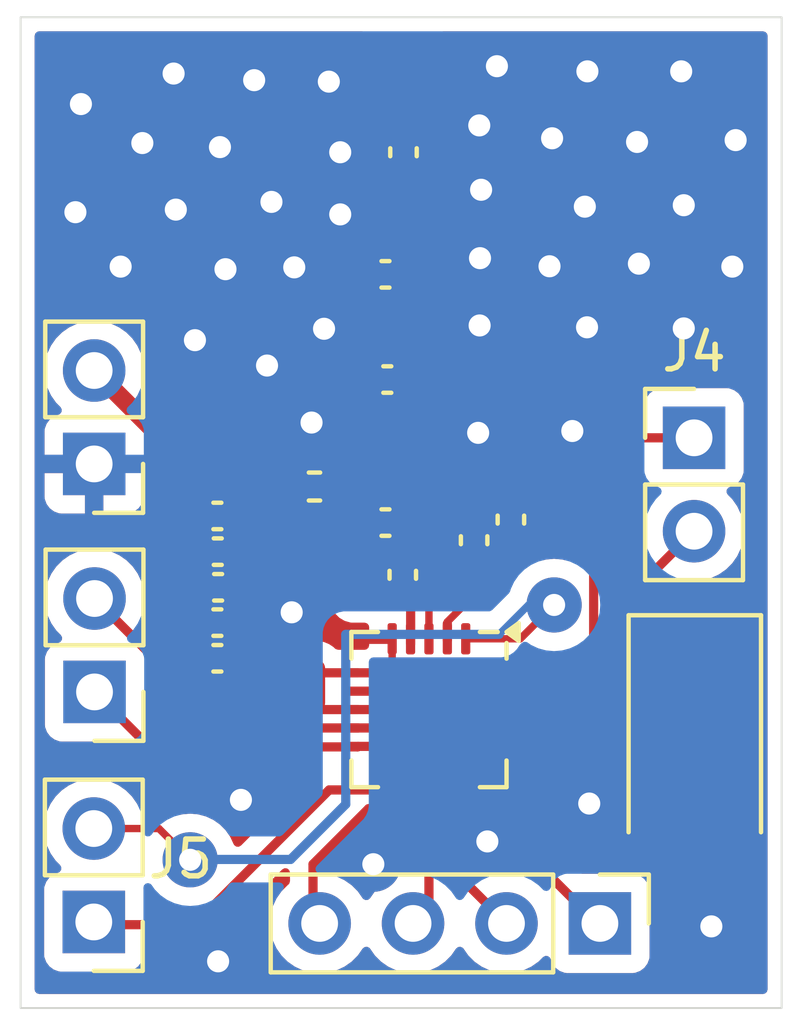
<source format=kicad_pcb>
(kicad_pcb (version 20240108) (generator "pcbnew") (generator_version "8.0")
  (layers (0 "F.Cu" signal) (31 "B.Cu" signal) (34 "B.Paste" user) (35 "F.Paste" user) (36 "B.SilkS" user "B.Silkscreen") (37 "F.SilkS" user "F.Silkscreen") (38 "B.Mask" user) (39 "F.Mask" user) (44 "Edge.Cuts" user))
  (net 0 "")
  (net 1 "+3.3V")
  (net 2 "~{RF_EN}")
  (net 4 "GPIO2")
  (net 5 "~{RF_IRQ}")
  (net 6 "Net-(U1-TX)")
  (net 7 "GPIO3")
  (net 9 "GPIO0")
  (net 10 "Net-(U1-RXp)")
  (net 11 "Net-(U1-XOUT)")
  (net 12 "MISO")
  (net 13 "~{RF_CS}")
  (net 14 "Net-(U1-RXn)")
  (net 15 "MOSI")
  (net 16 "SCLK")
  (net 17 "Net-(U1-XIN)")
  (net 18 "GPIO1")
  (net 19 "Net-(AE1-A)")
  (net 20 "GND")
  (net 21 "Net-(C6-Pad2)")
  (net 22 "Net-(CC1-Pad1)")
  (net 23 "Net-(CF1-Pad2)")
  (net 24 "Net-(CF2-Pad1)")
  (net 25 "Net-(CF3-Pad1)")
  (footprint "Inductor_SMD:L_0402_1005Metric" (layer "F.Cu") (at 118.18 51.355 90)
    (property "Reference" "LF4" (hide yes))
    (property "Value" "47n")
    (pad "1" smd roundrect (at -0.485 0 90) (size 0.59 0.64) (layers "F.Cu" "F.Paste" "F.Mask") (net 25 "Net-(CF3-Pad1)"))
    (pad "2" smd roundrect (at 0.485 0 90) (size 0.59 0.64) (layers "F.Cu" "F.Paste" "F.Mask") (net 22 "Net-(CC1-Pad1)"))
  )
  (footprint "Capacitor_SMD:C_0402_1005Metric" (layer "F.Cu") (at 117.74 55.65 180)
    (property "Reference" "CF2" (hide yes))
    (property "Value" "20p")
    (fp_line (start -0.107836 0.36) (end 0.107836 0.36) (stroke (width 0.12)) (layer "F.SilkS"))
    (fp_line (start -0.107836 -0.36) (end 0.107836 -0.36) (stroke (width 0.12)) (layer "F.SilkS"))
    (pad "1" smd roundrect (at -0.48 0 180) (size 0.56 0.62) (layers "F.Cu" "F.Paste" "F.Mask") (net 24 "Net-(CF2-Pad1)"))
    (pad "2" smd roundrect (at 0.48 0 180) (size 0.56 0.62) (layers "F.Cu" "F.Paste" "F.Mask") (net 20 "GND"))
  )
  (footprint "Capacitor_SMD:C_0402_1005Metric" (layer "F.Cu") (at 113.12 59.36 180)
    (property "Reference" "C3" (hide yes))
    (property "Value" "100n")
    (fp_line (start -0.107836 0.36) (end 0.107836 0.36) (stroke (width 0.12)) (layer "F.SilkS"))
    (fp_line (start -0.107836 -0.36) (end 0.107836 -0.36) (stroke (width 0.12)) (layer "F.SilkS"))
    (pad "1" smd roundrect (at -0.48 0 180) (size 0.56 0.62) (layers "F.Cu" "F.Paste" "F.Mask") (net 1 "+3.3V"))
    (pad "2" smd roundrect (at 0.48 0 180) (size 0.56 0.62) (layers "F.Cu" "F.Paste" "F.Mask") (net 20 "GND"))
  )
  (footprint "Connector_PinHeader_2.54mm:PinHeader_1x02_P2.54mm_Vertical" (layer "F.Cu") (at 109.76 70.4 180)
    (property "Reference" "J1" (hide yes))
    (property "Value" "GPIO")
    (fp_line (start 1.33 1.27) (end 1.33 3.87) (stroke (width 0.12)) (layer "F.SilkS"))
    (fp_line (start -1.33 3.87) (end 1.33 3.87) (stroke (width 0.12)) (layer "F.SilkS"))
    (fp_line (start -1.33 1.27) (end 1.33 1.27) (stroke (width 0.12)) (layer "F.SilkS"))
    (fp_line (start -1.33 1.27) (end -1.33 3.87) (stroke (width 0.12)) (layer "F.SilkS"))
    (fp_line (start -1.33 0) (end -1.33 -1.33) (stroke (width 0.12)) (layer "F.SilkS"))
    (fp_line (start -1.33 -1.33) (end 0 -1.33) (stroke (width 0.12)) (layer "F.SilkS"))
    (pad "1" thru_hole rect (at 0 0 180) (size 1.7 1.7) (drill 1) (layers "*.Cu" "*.Mask") (net 5 "~{RF_IRQ}"))
    (pad "2" thru_hole oval (at 0 2.54 180) (size 1.7 1.7) (drill 1) (layers "*.Cu" "*.Mask") (net 2 "~{RF_EN}"))
  )
  (footprint "Capacitor_SMD:C_0402_1005Metric" (layer "F.Cu") (at 120.1 60.02 90)
    (property "Reference" "CR1" (hide yes))
    (property "Value" "13p")
    (fp_line (start -0.107836 -0.36) (end 0.107836 -0.36) (stroke (width 0.12)) (layer "F.SilkS"))
    (fp_line (start -0.107836 0.36) (end 0.107836 0.36) (stroke (width 0.12)) (layer "F.SilkS"))
    (pad "1" smd roundrect (at -0.48 0 90) (size 0.56 0.62) (layers "F.Cu" "F.Paste" "F.Mask") (net 14 "Net-(U1-RXn)"))
    (pad "2" smd roundrect (at 0.48 0 90) (size 0.56 0.62) (layers "F.Cu" "F.Paste" "F.Mask") (net 20 "GND"))
  )
  (footprint "Capacitor_SMD:C_0402_1005Metric" (layer "F.Cu") (at 113.13 60.33 180)
    (property "Reference" "C2" (hide yes))
    (property "Value" "100n")
    (fp_line (start -0.107836 0.36) (end 0.107836 0.36) (stroke (width 0.12)) (layer "F.SilkS"))
    (fp_line (start -0.107836 -0.36) (end 0.107836 -0.36) (stroke (width 0.12)) (layer "F.SilkS"))
    (pad "1" smd roundrect (at -0.48 0 180) (size 0.56 0.62) (layers "F.Cu" "F.Paste" "F.Mask") (net 1 "+3.3V"))
    (pad "2" smd roundrect (at 0.48 0 180) (size 0.56 0.62) (layers "F.Cu" "F.Paste" "F.Mask") (net 20 "GND"))
  )
  (footprint "Capacitor_SMD:C_0402_1005Metric" (layer "F.Cu") (at 118.18 49.47 90)
    (property "Reference" "CC1" (hide yes))
    (property "Value" "10n")
    (fp_line (start -0.107836 -0.36) (end 0.107836 -0.36) (stroke (width 0.12)) (layer "F.SilkS"))
    (fp_line (start -0.107836 0.36) (end 0.107836 0.36) (stroke (width 0.12)) (layer "F.SilkS"))
    (pad "1" smd roundrect (at -0.48 0 90) (size 0.56 0.62) (layers "F.Cu" "F.Paste" "F.Mask") (net 22 "Net-(CC1-Pad1)"))
    (pad "2" smd roundrect (at 0.48 0 90) (size 0.56 0.62) (layers "F.Cu" "F.Paste" "F.Mask") (net 19 "Net-(AE1-A)"))
  )
  (footprint "Package_DFN_QFN:QFN-20-1EP_4x4mm_P0.5mm_EP2.6x2.6mm" (layer "F.Cu") (at 118.872 64.625 -90)
    (property "Reference" "U1" (hide yes))
    (property "Value" "Si4463")
    (fp_line (start -2.11 2.11) (end -2.11 1.385) (stroke (width 0.12)) (layer "F.SilkS"))
    (fp_line (start -1.385 2.11) (end -2.11 2.11) (stroke (width 0.12)) (layer "F.SilkS"))
    (fp_line (start 1.385 2.11) (end 2.11 2.11) (stroke (width 0.12)) (layer "F.SilkS"))
    (fp_line (start 2.11 2.11) (end 2.11 1.385) (stroke (width 0.12)) (layer "F.SilkS"))
    (fp_line (start -2.11 -1.385) (end -2.11 -1.87) (stroke (width 0.12)) (layer "F.SilkS"))
    (fp_line (start -1.385 -2.11) (end -1.81 -2.11) (stroke (width 0.12)) (layer "F.SilkS"))
    (fp_line (start 1.385 -2.11) (end 2.11 -2.11) (stroke (width 0.12)) (layer "F.SilkS"))
    (fp_line (start 2.11 -2.11) (end 2.11 -1.385) (stroke (width 0.12)) (layer "F.SilkS"))
    (fp_poly (pts (xy -2.11 -2.11) (xy -2.35 -2.44) (xy -1.87 -2.44) (xy -2.11 -2.11)) (stroke (width 0.12)) (fill solid) (layer "F.SilkS"))
    (pad "1" smd roundrect (at -1.925 -1 270) (size 0.85 0.25) (layers "F.Cu" "F.Paste" "F.Mask") (net 2 "~{RF_EN}"))
    (pad "2" smd roundrect (at -1.925 -0.5 270) (size 0.85 0.25) (layers "F.Cu" "F.Paste" "F.Mask") (net 10 "Net-(U1-RXp)"))
    (pad "3" smd roundrect (at -1.925 0 270) (size 0.85 0.25) (layers "F.Cu" "F.Paste" "F.Mask") (net 14 "Net-(U1-RXn)"))
    (pad "4" smd roundrect (at -1.925 0.5 270) (size 0.85 0.25) (layers "F.Cu" "F.Paste" "F.Mask") (net 6 "Net-(U1-TX)"))
    (pad "5" smd roundrect (at -1.925 1 270) (size 0.85 0.25) (layers "F.Cu" "F.Paste" "F.Mask") (net 20 "GND"))
    (pad "6" smd roundrect (at -1 1.925 270) (size 0.25 0.85) (layers "F.Cu" "F.Paste" "F.Mask") (net 1 "+3.3V"))
    (pad "7" smd roundrect (at -0.5 1.925 270) (size 0.25 0.85) (layers "F.Cu" "F.Paste" "F.Mask"))
    (pad "8" smd roundrect (at 0 1.925 270) (size 0.25 0.85) (layers "F.Cu" "F.Paste" "F.Mask") (net 1 "+3.3V"))
    (pad "9" smd roundrect (at 0.5 1.925 270) (size 0.25 0.85) (layers "F.Cu" "F.Paste" "F.Mask") (net 9 "GPIO0"))
    (pad "10" smd roundrect (at 1 1.925 270) (size 0.25 0.85) (layers "F.Cu" "F.Paste" "F.Mask") (net 18 "GPIO1"))
    (pad "11" smd roundrect (at 1.925 1 270) (size 0.85 0.25) (layers "F.Cu" "F.Paste" "F.Mask") (net 5 "~{RF_IRQ}"))
    (pad "12" smd roundrect (at 1.925 0.5 270) (size 0.85 0.25) (layers "F.Cu" "F.Paste" "F.Mask") (net 16 "SCLK"))
    (pad "13" smd roundrect (at 1.925 0 270) (size 0.85 0.25) (layers "F.Cu" "F.Paste" "F.Mask") (net 12 "MISO"))
    (pad "14" smd roundrect (at 1.925 -0.5 270) (size 0.85 0.25) (layers "F.Cu" "F.Paste" "F.Mask") (net 15 "MOSI"))
    (pad "15" smd roundrect (at 1.925 -1 270) (size 0.85 0.25) (layers "F.Cu" "F.Paste" "F.Mask") (net 13 "~{RF_CS}"))
    (pad "16" smd roundrect (at 1 -1.925 270) (size 0.25 0.85) (layers "F.Cu" "F.Paste" "F.Mask") (net 11 "Net-(U1-XOUT)"))
    (pad "17" smd roundrect (at 0.5 -1.925 270) (size 0.25 0.85) (layers "F.Cu" "F.Paste" "F.Mask") (net 17 "Net-(U1-XIN)"))
    (pad "18" smd roundrect (at 0 -1.925 270) (size 0.25 0.85) (layers "F.Cu" "F.Paste" "F.Mask"))
    (pad "19" smd roundrect (at -0.5 -1.925 270) (size 0.25 0.85) (layers "F.Cu" "F.Paste" "F.Mask") (net 4 "GPIO2"))
    (pad "20" smd roundrect (at -1 -1.925 270) (size 0.25 0.85) (layers "F.Cu" "F.Paste" "F.Mask") (net 7 "GPIO3"))
    (pad "21" smd rect (at 0 0 270) (size 2.6 2.6) (property pad_prop_heatsink) (layers "F.Cu" "F.Mask") (net 20 "GND"))
  )
  (footprint "Capacitor_SMD:C_0402_1005Metric" (layer "F.Cu") (at 113.14 61.3 180)
    (property "Reference" "C5" (hide yes))
    (property "Value" "100p")
    (fp_line (start -0.107836 0.36) (end 0.107836 0.36) (stroke (width 0.12)) (layer "F.SilkS"))
    (fp_line (start -0.107836 -0.36) (end 0.107836 -0.36) (stroke (width 0.12)) (layer "F.SilkS"))
    (pad "1" smd roundrect (at -0.48 0 180) (size 0.56 0.62) (layers "F.Cu" "F.Paste" "F.Mask") (net 1 "+3.3V"))
    (pad "2" smd roundrect (at 0.48 0 180) (size 0.56 0.62) (layers "F.Cu" "F.Paste" "F.Mask") (net 20 "GND"))
  )
  (footprint "Crystal:Crystal_SMD_Abracon_ABM3-2Pin_5.0x3.2mm" (layer "F.Cu") (at 126.1 65.26 -90)
    (property "Reference" "Y1" (hide yes))
    (property "Value" "30MHz")
    (fp_line (start -3.2 1.8) (end 2.7 1.8) (stroke (width 0.12)) (layer "F.SilkS"))
    (fp_line (start -3.2 -1.8) (end -3.2 1.8) (stroke (width 0.12)) (layer "F.SilkS"))
    (fp_line (start 2.7 -1.8) (end -3.2 -1.8) (stroke (width 0.12)) (layer "F.SilkS"))
    (pad "1" smd rect (at -2.05 0 270) (size 1.9 2.4) (layers "F.Cu" "F.Paste" "F.Mask") (net 17 "Net-(U1-XIN)"))
    (pad "2" smd rect (at 2.05 0 270) (size 1.9 2.4) (layers "F.Cu" "F.Paste" "F.Mask") (net 11 "Net-(U1-XOUT)"))
  )
  (footprint "Inductor_SMD:L_0402_1005Metric" (layer "F.Cu") (at 118.18 54.22 90)
    (property "Reference" "LF3" (hide yes))
    (property "Value" "68n")
    (pad "1" smd roundrect (at -0.485 0 90) (size 0.59 0.64) (layers "F.Cu" "F.Paste" "F.Mask") (net 24 "Net-(CF2-Pad1)"))
    (pad "2" smd roundrect (at 0.485 0 90) (size 0.59 0.64) (layers "F.Cu" "F.Paste" "F.Mask") (net 25 "Net-(CF3-Pad1)"))
  )
  (footprint "Connector_PinHeader_2.54mm:PinHeader_1x02_P2.54mm_Vertical" (layer "F.Cu") (at 126.08 57.235)
    (property "Reference" "J4" (at 0 -2.33 0) (layer "F.SilkS"))
    (property "Value" "GPIO")
    (fp_line (start -1.33 -1.33) (end 0 -1.33) (stroke (width 0.12)) (layer "F.SilkS"))
    (fp_line (start -1.33 0) (end -1.33 -1.33) (stroke (width 0.12)) (layer "F.SilkS"))
    (fp_line (start -1.33 1.27) (end -1.33 3.87) (stroke (width 0.12)) (layer "F.SilkS"))
    (fp_line (start -1.33 1.27) (end 1.33 1.27) (stroke (width 0.12)) (layer "F.SilkS"))
    (fp_line (start -1.33 3.87) (end 1.33 3.87) (stroke (width 0.12)) (layer "F.SilkS"))
    (fp_line (start 1.33 1.27) (end 1.33 3.87) (stroke (width 0.12)) (layer "F.SilkS"))
    (pad "1" thru_hole rect (at 0 0) (size 1.7 1.7) (drill 1) (layers "*.Cu" "*.Mask") (net 7 "GPIO3"))
    (pad "2" thru_hole oval (at 0 2.54) (size 1.7 1.7) (drill 1) (layers "*.Cu" "*.Mask") (net 4 "GPIO2"))
  )
  (footprint "Capacitor_SMD:C_0402_1005Metric" (layer "F.Cu") (at 117.69 59.54 180)
    (property "Reference" "CF1" (hide yes))
    (property "Value" "30p")
    (fp_line (start -0.107836 0.36) (end 0.107836 0.36) (stroke (width 0.12)) (layer "F.SilkS"))
    (fp_line (start -0.107836 -0.36) (end 0.107836 -0.36) (stroke (width 0.12)) (layer "F.SilkS"))
    (pad "1" smd roundrect (at -0.48 0 180) (size 0.56 0.62) (layers "F.Cu" "F.Paste" "F.Mask") (net 21 "Net-(C6-Pad2)"))
    (pad "2" smd roundrect (at 0.48 0 180) (size 0.56 0.62) (layers "F.Cu" "F.Paste" "F.Mask") (net 23 "Net-(CF1-Pad2)"))
  )
  (footprint "Inductor_SMD:L_0402_1005Metric" (layer "F.Cu") (at 117.01 60.98 -90)
    (property "Reference" "Lchk1" (hide yes))
    (property "Value" "390n")
    (pad "1" smd roundrect (at -0.485 0 270) (size 0.59 0.64) (layers "F.Cu" "F.Paste" "F.Mask") (net 1 "+3.3V"))
    (pad "2" smd roundrect (at 0.485 0 270) (size 0.59 0.64) (layers "F.Cu" "F.Paste" "F.Mask") (net 6 "Net-(U1-TX)"))
  )
  (footprint "Capacitor_SMD:C_0402_1005Metric" (layer "F.Cu") (at 118.1608 60.96 90)
    (property "Reference" "C6" (hide yes))
    (property "Value" "470p")
    (fp_line (start -0.107836 -0.36) (end 0.107836 -0.36) (stroke (width 0.12)) (layer "F.SilkS"))
    (fp_line (start -0.107836 0.36) (end 0.107836 0.36) (stroke (width 0.12)) (layer "F.SilkS"))
    (pad "1" smd roundrect (at -0.48 0 90) (size 0.56 0.62) (layers "F.Cu" "F.Paste" "F.Mask") (net 6 "Net-(U1-TX)"))
    (pad "2" smd roundrect (at 0.48 0 90) (size 0.56 0.62) (layers "F.Cu" "F.Paste" "F.Mask") (net 21 "Net-(C6-Pad2)"))
  )
  (footprint "Capacitor_SMD:C_0402_1005Metric" (layer "F.Cu") (at 113.12 62.26 180)
    (property "Reference" "C4" (hide yes))
    (property "Value" "470p")
    (fp_line (start -0.107836 0.36) (end 0.107836 0.36) (stroke (width 0.12)) (layer "F.SilkS"))
    (fp_line (start -0.107836 -0.36) (end 0.107836 -0.36) (stroke (width 0.12)) (layer "F.SilkS"))
    (pad "1" smd roundrect (at -0.48 0 180) (size 0.56 0.62) (layers "F.Cu" "F.Paste" "F.Mask") (net 1 "+3.3V"))
    (pad "2" smd roundrect (at 0.48 0 180) (size 0.56 0.62) (layers "F.Cu" "F.Paste" "F.Mask") (net 20 "GND"))
  )
  (footprint "Inductor_SMD:L_0402_1005Metric" (layer "F.Cu") (at 119.126 59.459 90)
    (property "Reference" "LR2" (hide yes))
    (property "Value" "150n")
    (pad "1" smd roundrect (at -0.485 0 90) (size 0.59 0.64) (layers "F.Cu" "F.Paste" "F.Mask") (net 14 "Net-(U1-RXn)"))
    (pad "2" smd roundrect (at 0.485 0 90) (size 0.59 0.64) (layers "F.Cu" "F.Paste" "F.Mask") (net 21 "Net-(C6-Pad2)"))
  )
  (footprint "Connector_PinHeader_2.54mm:PinHeader_1x02_P2.54mm_Vertical" (layer "F.Cu") (at 109.78 64.145 180)
    (property "Reference" "J5" (at -2.34 -4.545 0) (layer "F.SilkS"))
    (property "Value" "GPIO")
    (fp_line (start 1.33 1.27) (end 1.33 3.87) (stroke (width 0.12)) (layer "F.SilkS"))
    (fp_line (start -1.33 3.87) (end 1.33 3.87) (stroke (width 0.12)) (layer "F.SilkS"))
    (fp_line (start -1.33 1.27) (end 1.33 1.27) (stroke (width 0.12)) (layer "F.SilkS"))
    (fp_line (start -1.33 1.27) (end -1.33 3.87) (stroke (width 0.12)) (layer "F.SilkS"))
    (fp_line (start -1.33 0) (end -1.33 -1.33) (stroke (width 0.12)) (layer "F.SilkS"))
    (fp_line (start -1.33 -1.33) (end 0 -1.33) (stroke (width 0.12)) (layer "F.SilkS"))
    (pad "1" thru_hole rect (at 0 0 180) (size 1.7 1.7) (drill 1) (layers "*.Cu" "*.Mask") (net 18 "GPIO1"))
    (pad "2" thru_hole oval (at 0 2.54 180) (size 1.7 1.7) (drill 1) (layers "*.Cu" "*.Mask") (net 9 "GPIO0"))
  )
  (footprint "Connector_PinHeader_2.54mm:PinHeader_1x04_P2.54mm_Vertical" (layer "F.Cu") (at 123.52 70.44 -90)
    (property "Reference" "J2" (hide yes))
    (property "Value" "SPI")
    (fp_line (start -1.33 8.95) (end 1.33 8.95) (stroke (width 0.12)) (layer "F.SilkS"))
    (fp_line (start -1.33 1.27) (end -1.33 8.95) (stroke (width 0.12)) (layer "F.SilkS"))
    (fp_line (start -1.33 1.27) (end 1.33 1.27) (stroke (width 0.12)) (layer "F.SilkS"))
    (fp_line (start 1.33 1.27) (end 1.33 8.95) (stroke (width 0.12)) (layer "F.SilkS"))
    (fp_line (start -1.33 0) (end -1.33 -1.33) (stroke (width 0.12)) (layer "F.SilkS"))
    (fp_line (start -1.33 -1.33) (end 0 -1.33) (stroke (width 0.12)) (layer "F.SilkS"))
    (pad "1" thru_hole rect (at 0 0 270) (size 1.7 1.7) (drill 1) (layers "*.Cu" "*.Mask") (net 13 "~{RF_CS}"))
    (pad "2" thru_hole oval (at 0 2.54 270) (size 1.7 1.7) (drill 1) (layers "*.Cu" "*.Mask") (net 15 "MOSI"))
    (pad "3" thru_hole oval (at 0 5.08 270) (size 1.7 1.7) (drill 1) (layers "*.Cu" "*.Mask") (net 12 "MISO"))
    (pad "4" thru_hole oval (at 0 7.62 270) (size 1.7 1.7) (drill 1) (layers "*.Cu" "*.Mask") (net 16 "SCLK"))
  )
  (footprint "Connector_Wire:SolderWirePad_1x01_SMD_1x2mm" (layer "F.Cu") (at 118.16 47.24)
    (property "Reference" "AE1" (hide yes))
    (property "Value" "Antenna")
    (pad "1" smd roundrect (at 0 0) (size 1 2) (layers "F.Cu" "F.Paste" "F.Mask") (net 19 "Net-(AE1-A)"))
  )
  (footprint "Capacitor_SMD:C_0402_1005Metric" (layer "F.Cu") (at 121.1 59.4588 90)
    (property "Reference" "CR2" (hide yes))
    (property "Value" "6.8p")
    (fp_line (start -0.107836 -0.36) (end 0.107836 -0.36) (stroke (width 0.12)) (layer "F.SilkS"))
    (fp_line (start -0.107836 0.36) (end 0.107836 0.36) (stroke (width 0.12)) (layer "F.SilkS"))
    (pad "1" smd roundrect (at -0.48 0 90) (size 0.56 0.62) (layers "F.Cu" "F.Paste" "F.Mask") (net 10 "Net-(U1-RXp)"))
    (pad "2" smd roundrect (at 0.48 0 90) (size 0.56 0.62) (layers "F.Cu" "F.Paste" "F.Mask") (net 21 "Net-(C6-Pad2)"))
  )
  (footprint "Inductor_SMD:L_0402_1005Metric" (layer "F.Cu") (at 118.18 57.085 90)
    (property "Reference" "LF2" (hide yes))
    (property "Value" "47n")
    (pad "1" smd roundrect (at -0.485 0 90) (size 0.59 0.64) (layers "F.Cu" "F.Paste" "F.Mask") (net 21 "Net-(C6-Pad2)"))
    (pad "2" smd roundrect (at 0.485 0 90) (size 0.59 0.64) (layers "F.Cu" "F.Paste" "F.Mask") (net 24 "Net-(CF2-Pad1)"))
  )
  (footprint "Resistor_SMD:R_0402_1005Metric" (layer "F.Cu") (at 115.76 58.56 180)
    (property "Reference" "RF1" (hide yes))
    (property "Value" "50")
    (fp_line (start -0.153641 0.38) (end 0.153641 0.38) (stroke (width 0.12)) (layer "F.SilkS"))
    (fp_line (start -0.153641 -0.38) (end 0.153641 -0.38) (stroke (width 0.12)) (layer "F.SilkS"))
    (pad "1" smd roundrect (at -0.51 0 180) (size 0.54 0.64) (layers "F.Cu" "F.Paste" "F.Mask") (net 23 "Net-(CF1-Pad2)"))
    (pad "2" smd roundrect (at 0.51 0 180) (size 0.54 0.64) (layers "F.Cu" "F.Paste" "F.Mask") (net 20 "GND"))
  )
  (footprint "Connector_PinHeader_2.54mm:PinHeader_1x02_P2.54mm_Vertical" (layer "F.Cu") (at 109.77 57.945 180)
    (property "Reference" "J3" (hide yes))
    (property "Value" "PWR")
    (fp_line (start 1.33 1.27) (end 1.33 3.87) (stroke (width 0.12)) (layer "F.SilkS"))
    (fp_line (start -1.33 3.87) (end 1.33 3.87) (stroke (width 0.12)) (layer "F.SilkS"))
    (fp_line (start -1.33 1.27) (end 1.33 1.27) (stroke (width 0.12)) (layer "F.SilkS"))
    (fp_line (start -1.33 1.27) (end -1.33 3.87) (stroke (width 0.12)) (layer "F.SilkS"))
    (fp_line (start -1.33 0) (end -1.33 -1.33) (stroke (width 0.12)) (layer "F.SilkS"))
    (fp_line (start -1.33 -1.33) (end 0 -1.33) (stroke (width 0.12)) (layer "F.SilkS"))
    (pad "1" thru_hole rect (at 0 0 180) (size 1.7 1.7) (drill 1) (layers "*.Cu" "*.Mask") (net 20 "GND"))
    (pad "2" thru_hole oval (at 0 2.54 180) (size 1.7 1.7) (drill 1) (layers "*.Cu" "*.Mask") (net 1 "+3.3V"))
  )
  (footprint "Inductor_SMD:L_0402_1005Metric" (layer "F.Cu") (at 117.67 58.55)
    (property "Reference" "LF1" (hide yes))
    (property "Value" "39n")
    (pad "1" smd roundrect (at -0.485 0) (size 0.59 0.64) (layers "F.Cu" "F.Paste" "F.Mask") (net 23 "Net-(CF1-Pad2)"))
    (pad "2" smd roundrect (at 0.485 0) (size 0.59 0.64) (layers "F.Cu" "F.Paste" "F.Mask") (net 21 "Net-(C6-Pad2)"))
  )
  (footprint "Inductor_SMD:L_0402_1005Metric" (layer "F.Cu") (at 119.634 61.468 180)
    (property "Reference" "LR1" (hide yes))
    (property "Value" "300n")
    (pad "1" smd roundrect (at -0.485 0 180) (size 0.59 0.64) (layers "F.Cu" "F.Paste" "F.Mask") (net 10 "Net-(U1-RXp)"))
    (pad "2" smd roundrect (at 0.485 0 180) (size 0.59 0.64) (layers "F.Cu" "F.Paste" "F.Mask") (net 14 "Net-(U1-RXn)"))
  )
  (footprint "Capacitor_SMD:C_0402_1005Metric" (layer "F.Cu") (at 117.69 52.79 180)
    (property "Reference" "CF3" (hide yes))
    (property "Value" "20p")
    (fp_line (start -0.107836 0.36) (end 0.107836 0.36) (stroke (width 0.12)) (layer "F.SilkS"))
    (fp_line (start -0.107836 -0.36) (end 0.107836 -0.36) (stroke (width 0.12)) (layer "F.SilkS"))
    (pad "1" smd roundrect (at -0.48 0 180) (size 0.56 0.62) (layers "F.Cu" "F.Paste" "F.Mask") (net 25 "Net-(CF3-Pad1)"))
    (pad "2" smd roundrect (at 0.48 0 180) (size 0.56 0.62) (layers "F.Cu" "F.Paste" "F.Mask") (net 20 "GND"))
  )
  (footprint "Capacitor_SMD:C_0402_1005Metric" (layer "F.Cu") (at 113.12 63.23 180)
    (property "Reference" "C1" (hide yes))
    (property "Value" "2.2u")
    (fp_line (start -0.107836 0.36) (end 0.107836 0.36) (stroke (width 0.12)) (layer "F.SilkS"))
    (fp_line (start -0.107836 -0.36) (end 0.107836 -0.36) (stroke (width 0.12)) (layer "F.SilkS"))
    (pad "1" smd roundrect (at -0.48 0 180) (size 0.56 0.62) (layers "F.Cu" "F.Paste" "F.Mask") (net 1 "+3.3V"))
    (pad "2" smd roundrect (at 0.48 0 180) (size 0.56 0.62) (layers "F.Cu" "F.Paste" "F.Mask") (net 20 "GND"))
  )
  (gr_line (start 118.18 48.965) (end 118.18 47.215) (stroke (width 0.62)) (layer "F.Cu") (net 19))
  (gr_line (start 118.18 50.81) (end 118.18 49.98) (stroke (width 0.62)) (layer "F.Cu") (net 22))
  (gr_line (start 118.07 48.72) (end 117.78 48.07) (stroke (width 0.2)) (layer "F.Cu") (net 19))
  (gr_line (start 118.18 53.71) (end 118.18 51.87) (stroke (width 0.64)) (layer "F.Cu") (net 25))
  (gr_line (start 118.37 48.64) (end 118.56 48.01) (stroke (width 0.2)) (layer "F.Cu") (net 19))
  (gr_line (start 118.375 61.9178) (end 118.375 62.8322) (stroke (width 0.25)) (layer "F.Cu") (net 6))
  (gr_line (start 118.18 56.58) (end 118.18 54.73) (stroke (width 0.64)) (layer "F.Cu") (net 24))
  (gr_arc (start 118.11 61.663747) (mid 118.294875 61.740325) (end 118.371453 61.9252) (stroke (width 0.25)) (layer "F.Cu") (net 6))
  (gr_rect (start 107.77 45.8) (end 128.46 72.74) (stroke (width 0.05)) (fill none) (layer "Edge.Cuts"))
  (segment (start 112.005 57.64) (end 109.77 55.405) (width 0.5) (layer "F.Cu") (net 1))
  (segment (start 116.947 64.625) (end 115.995 64.625) (width 0.25) (layer "F.Cu") (net 1))
  (segment (start 113.61 60.33) (end 113.725 60.215) (width 0.5) (layer "F.Cu") (net 1))
  (segment (start 113.8 63.03) (end 113.6 63.23) (width 0.2) (layer "F.Cu") (net 1))
  (segment (start 115.995 64.625) (end 115.8 64.43) (width 0.25) (layer "F.Cu") (net 1))
  (segment (start 113.715 63.345) (end 113.6 63.23) (width 0.2) (layer "F.Cu") (net 1))
  (segment (start 113.65 63.28) (end 113.6 63.23) (width 0.5) (layer "F.Cu") (net 1))
  (segment (start 113.6 57.64) (end 112.005 57.64) (width 0.5) (layer "F.Cu") (net 1))
  (segment (start 113.6 59.36) (end 113.6 63.23) (width 0.5) (layer "F.Cu") (net 1))
  (segment (start 116.895 60.61) (end 116.78 60.495) (width 0.5) (layer "F.Cu") (net 1))
  (segment (start 113.65 64.36) (end 113.65 63.28) (width 0.5) (layer "F.Cu") (net 1))
  (segment (start 115.8 64.43) (end 115.8 63.51) (width 0.5) (layer "F.Cu") (net 1))
  (segment (start 116.78 60.495) (end 113.775 60.495) (width 0.5) (layer "F.Cu") (net 1))
  (segment (start 113.65 64.36) (end 115.73 64.36) (width 0.5) (layer "F.Cu") (net 1))
  (segment (start 115.73 64.36) (end 115.8 64.43) (width 0.2) (layer "F.Cu") (net 1))
  (segment (start 116.947 63.625) (end 115.915 63.625) (width 0.25) (layer "F.Cu") (net 1))
  (segment (start 113.6 59.36) (end 113.6 57.64) (width 0.5) (layer "F.Cu") (net 1))
  (segment (start 113.775 60.495) (end 113.61 60.33) (width 0.5) (layer "F.Cu") (net 1))
  (segment (start 111.53 67.86) (end 112.38 68.71) (width 0.2) (layer "F.Cu") (net 2))
  (segment (start 109.76 67.86) (end 111.53 67.86) (width 0.2) (layer "F.Cu") (net 2))
  (segment (start 121.355 62.7) (end 119.872 62.7) (width 0.2) (layer "F.Cu") (net 2))
  (segment (start 122.275 61.78) (end 121.355 62.7) (width 0.2) (layer "F.Cu") (net 2))
  (via (at 112.38 68.71) (size 1.5) (drill 0.6) (layers "F.Cu" "B.Cu") (net 2))
  (via (at 122.275 61.78) (size 1.5) (drill 0.6) (layers "F.Cu" "B.Cu") (net 2))
  (segment (start 116.61 62.58) (end 120.78 62.58) (width 0.25) (layer "B.Cu") (net 2))
  (segment (start 115.11 68.7) (end 116.61 67.2) (width 0.25) (layer "B.Cu") (net 2))
  (segment (start 112.39 68.7) (end 112.38 68.71) (width 0.25) (layer "B.Cu") (net 2))
  (segment (start 121.58 61.78) (end 120.78 62.58) (width 0.2) (layer "B.Cu") (net 2))
  (segment (start 115.11 68.7) (end 112.39 68.7) (width 0.25) (layer "B.Cu") (net 2))
  (segment (start 116.61 67.2) (end 116.61 62.58) (width 0.25) (layer "B.Cu") (net 2))
  (segment (start 122.275 61.78) (end 121.58 61.78) (width 0.2) (layer "B.Cu") (net 2))
  (segment (start 123.925 64.125) (end 123.89 64.09) (width 0.2) (layer "F.Cu") (net 4))
  (segment (start 123.9 61.955) (end 126.08 59.775) (width 0.25) (layer "F.Cu") (net 4))
  (segment (start 123.89 64.09) (end 123.89 62.76) (width 0.25) (layer "F.Cu") (net 4))
  (segment (start 123.9 62.75) (end 123.9 61.955) (width 0.25) (layer "F.Cu") (net 4))
  (segment (start 120.797 64.125) (end 123.925 64.125) (width 0.25) (layer "F.Cu") (net 4))
  (segment (start 123.89 62.76) (end 123.9 62.75) (width 0.2) (layer "F.Cu") (net 4))
  (segment (start 117.872 66.608) (end 117.67 66.81) (width 0.25) (layer "F.Cu") (net 5))
  (segment (start 117.67 66.81) (end 116.16 66.81) (width 0.25) (layer "F.Cu") (net 5))
  (segment (start 116.16 66.81) (end 112.495 70.475) (width 0.25) (layer "F.Cu") (net 5))
  (segment (start 112.495 70.475) (end 109.61 70.475) (width 0.25) (layer "F.Cu") (net 5))
  (segment (start 117.872 66.55) (end 117.872 66.608) (width 0.25) (layer "F.Cu") (net 5))
  (segment (start 117.01 61.465) (end 118.1358 61.465) (width 0.2) (layer "F.Cu") (net 6))
  (segment (start 118.1358 61.465) (end 118.1608 61.44) (width 0.2) (layer "F.Cu") (net 6))
  (segment (start 122.855 63.625) (end 123.35 63.13) (width 0.25) (layer "F.Cu") (net 7))
  (segment (start 124.595 57.235) (end 126.08 57.235) (width 0.25) (layer "F.Cu") (net 7))
  (segment (start 123.35 63.13) (end 123.35 58.48) (width 0.25) (layer "F.Cu") (net 7))
  (segment (start 123.35 58.48) (end 124.595 57.235) (width 0.25) (layer "F.Cu") (net 7))
  (segment (start 120.797 63.625) (end 122.855 63.625) (width 0.25) (layer "F.Cu") (net 7))
  (segment (start 112.425 65.125) (end 111.76 64.46) (width 0.25) (layer "F.Cu") (net 9))
  (segment (start 111.76 64.46) (end 111.76 63.585) (width 0.25) (layer "F.Cu") (net 9))
  (segment (start 111.76 63.585) (end 109.78 61.605) (width 0.25) (layer "F.Cu") (net 9))
  (segment (start 116.947 65.125) (end 112.425 65.125) (width 0.25) (layer "F.Cu") (net 9))
  (segment (start 120.522 61.468) (end 121.2 60.79) (width 0.2) (layer "F.Cu") (net 10))
  (segment (start 121.2 60.79) (end 121.2 60.0388) (width 0.2) (layer "F.Cu") (net 10))
  (segment (start 120.119 61.468) (end 120.522 61.468) (width 0.2) (layer "F.Cu") (net 10))
  (segment (start 119.372 62.238) (end 120.0682 61.5418) (width 0.2) (layer "F.Cu") (net 10))
  (segment (start 119.372 62.738) (end 119.372 62.2888) (width 0.25) (layer "F.Cu") (net 10))
  (segment (start 121.2 60.0388) (end 121.1 59.9388) (width 0.2) (layer "F.Cu") (net 10))
  (segment (start 119.372 62.2888) (end 119.372 62.238) (width 0.2) (layer "F.Cu") (net 10))
  (segment (start 120.0682 61.5418) (end 120.119 61.5418) (width 0.2) (layer "F.Cu") (net 10))
  (segment (start 120.797 65.625) (end 125.805 65.625) (width 0.25) (layer "F.Cu") (net 11))
  (segment (start 126.1 66.7) (end 126.1 67.31) (width 0.2) (layer "F.Cu") (net 11))
  (segment (start 126.49 66.31) (end 126.1 66.7) (width 0.2) (layer "F.Cu") (net 11))
  (segment (start 125.805 65.625) (end 126.49 66.31) (width 0.25) (layer "F.Cu") (net 11))
  (segment (start 118.872 66.55) (end 118.872 70.008) (width 0.25) (layer "F.Cu") (net 12))
  (segment (start 118.872 70.008) (end 118.44 70.44) (width 0.2) (layer "F.Cu") (net 12))
  (segment (start 121.65 66.68) (end 121.65 68.64) (width 0.25) (layer "F.Cu") (net 13))
  (segment (start 121.52 66.55) (end 121.65 66.68) (width 0.25) (layer "F.Cu") (net 13))
  (segment (start 121.65 68.64) (end 123.45 70.44) (width 0.25) (layer "F.Cu") (net 13))
  (segment (start 123.45 70.44) (end 123.52 70.44) (width 0.2) (layer "F.Cu") (net 13))
  (segment (start 119.872 66.55) (end 121.52 66.55) (width 0.25) (layer "F.Cu") (net 13))
  (segment (start 123.52 70.17) (end 123.52 70.44) (width 0.2) (layer "F.Cu") (net 13))
  (segment (start 119.149 61.468) (end 119.149 60.42) (width 0.2) (layer "F.Cu") (net 14))
  (segment (start 120.02 60.42) (end 119.149 60.42) (width 0.2) (layer "F.Cu") (net 14))
  (segment (start 119.149 60.42) (end 119.149 59.967) (width 0.2) (layer "F.Cu") (net 14))
  (segment (start 120.1 60.5) (end 120.02 60.42) (width 0.2) (layer "F.Cu") (net 14))
  (segment (start 118.872 62.7) (end 118.872 61.745) (width 0.2) (layer "F.Cu") (net 14))
  (segment (start 118.872 61.745) (end 119.149 61.468) (width 0.2) (layer "F.Cu") (net 14))
  (segment (start 119.149 59.967) (end 119.126 59.944) (width 0.2) (layer "F.Cu") (net 14))
  (segment (start 119.149 60.048) (end 119.126 60.025) (width 0.2) (layer "F.Cu") (net 14))
  (segment (start 119.372 66.55) (end 119.372 68.832) (width 0.25) (layer "F.Cu") (net 15))
  (segment (start 119.372 68.832) (end 120.98 70.44) (width 0.25) (layer "F.Cu") (net 15))
  (segment (start 115.9 70.44) (end 115.72 70.26) (width 0.25) (layer "F.Cu") (net 16))
  (segment (start 115.72 68.83) (end 117.23 67.32) (width 0.25) (layer "F.Cu") (net 16))
  (segment (start 118.38 66.558) (end 118.372 66.55) (width 0.25) (layer "F.Cu") (net 16))
  (segment (start 118.38 67.38) (end 118.38 66.558) (width 0.25) (layer "F.Cu") (net 16))
  (segment (start 117.23 67.32) (end 118.32 67.32) (width 0.25) (layer "F.Cu") (net 16))
  (segment (start 118.32 67.32) (end 118.38 67.38) (width 0.25) (layer "F.Cu") (net 16))
  (segment (start 115.72 70.26) (end 115.72 68.83) (width 0.25) (layer "F.Cu") (net 16))
  (segment (start 126.95 64.2) (end 126.1 63.35) (width 0.25) (layer "F.Cu") (net 17))
  (segment (start 126.02 65.12) (end 126.025 65.125) (width 0.25) (layer "F.Cu") (net 17))
  (segment (start 126.025 65.125) (end 126.95 64.2) (width 0.25) (layer "F.Cu") (net 17))
  (segment (start 120.802 65.12) (end 126.02 65.12) (width 0.25) (layer "F.Cu") (net 17))
  (segment (start 126.1 63.35) (end 126.1 63.21) (width 0.2) (layer "F.Cu") (net 17))
  (segment (start 120.797 65.125) (end 120.802 65.12) (width 0.25) (layer "F.Cu") (net 17))
  (segment (start 111.275 65.64) (end 109.78 64.145) (width 0.25) (layer "F.Cu") (net 18))
  (segment (start 116.932 65.64) (end 111.275 65.64) (width 0.25) (layer "F.Cu") (net 18))
  (segment (start 116.947 65.625) (end 116.932 65.64) (width 0.25) (layer "F.Cu") (net 18))
  (segment (start 120.21 57.1) (end 120.1 57.21) (width 0.2) (layer "F.Cu") (net 20))
  (segment (start 120.1 57.21) (end 120.1 59.54) (width 0.2) (layer "F.Cu") (net 20))
  (segment (start 123.23 67.18) (end 123.08 67.18) (width 0.2) (layer "F.Cu") (net 20))
  (segment (start 117.872 62.7) (end 117.872 63.625) (width 0.2) (layer "F.Cu") (net 20))
  (segment (start 115.14 61.98) (end 116.02 61.98) (width 0.2) (layer "F.Cu") (net 20))
  (segment (start 117.872 63.625) (end 118.872 64.625) (width 0.2) (layer "F.Cu") (net 20))
  (segment (start 117.832 62.74) (end 117.872 62.7) (width 0.2) (layer "F.Cu") (net 20))
  (segment (start 116.78 62.74) (end 117.832 62.74) (width 0.2) (layer "F.Cu") (net 20))
  (segment (start 116.02 61.98) (end 116.78 62.74) (width 0.2) (layer "F.Cu") (net 20))
  (via (at 111.99 51.03) (size 1.5) (drill 0.6) (layers "F.Cu" "B.Cu") (net 20))
  (via (at 112.51 54.58) (size 1.5) (drill 0.6) (layers "F.Cu" "B.Cu") (net 20))
  (via (at 126.55 70.52) (size 1.5) (drill 0.6) (layers "F.Cu" "B.Cu") (net 20))
  (via (at 115.14 61.98) (size 1.5) (drill 0.6) (layers "F.Cu" "B.Cu") (net 20))
  (via (at 111.93 47.33) (size 1.5) (drill 0.6) (layers "F.Cu" "B.Cu") (net 20))
  (via (at 113.14 71.47) (size 1.5) (drill 0.6) (layers "F.Cu" "B.Cu") (net 20))
  (via (at 123.18 47.27) (size 1.5) (drill 0.6) (layers "F.Cu" "B.Cu") (net 20))
  (via (at 120.72 47.13) (size 1.5) (drill 0.6) (layers "F.Cu" "B.Cu") (net 20))
  (via (at 124.53 49.19) (size 1.5) (drill 0.6) (layers "F.Cu" "B.Cu") (net 20))
  (via (at 125.8 54.26) (size 1.5) (drill 0.6) (layers "F.Cu" "B.Cu") (net 20))
  (via (at 113.34 52.65) (size 1.5) (drill 0.6) (layers "F.Cu" "B.Cu") (net 20))
  (via (at 111.08 49.22) (size 1.5) (drill 0.6) (layers "F.Cu" "B.Cu") (net 20))
  (via (at 114.47 55.27) (size 1.5) (drill 0.6) (layers "F.Cu" "B.Cu") (net 20))
  (via (at 114.59 50.82) (size 1.5) (drill 0.6) (layers "F.Cu" "B.Cu") (net 20))
  (via (at 116.02 54.27) (size 1.5) (drill 0.6) (layers "F.Cu" "B.Cu") (net 20))
  (via (at 127.12 52.58) (size 1.5) (drill 0.6) (layers "F.Cu" "B.Cu") (net 20))
  (via (at 127.21 49.14) (size 1.5) (drill 0.6) (layers "F.Cu" "B.Cu") (net 20))
  (via (at 117.36 68.83) (size 1.5) (drill 0.6) (layers "F.Cu" "B.Cu") (net 20))
  (via (at 110.49 52.58) (size 1.5) (drill 0.6) (layers "F.Cu" "B.Cu") (net 20))
  (via (at 115.21 52.6) (size 1.5) (drill 0.6) (layers "F.Cu" "B.Cu") (net 20))
  (via (at 116.46 49.47) (size 1.5) (drill 0.6) (layers "F.Cu" "B.Cu") (net 20))
  (via (at 116.15 47.55) (size 1.5) (drill 0.6) (layers "F.Cu" "B.Cu") (net 20))
  (via (at 123.11 50.95) (size 1.5) (drill 0.6) (layers "F.Cu" "B.Cu") (net 20))
  (via (at 113.19 49.33) (size 1.5) (drill 0.6) (layers "F.Cu" "B.Cu") (net 20))
  (via (at 120.46 68.21) (size 1.5) (drill 0.6) (layers "F.Cu" "B.Cu") (net 20))
  (via (at 122.22 49.09) (size 1.5) (drill 0.6) (layers "F.Cu" "B.Cu") (net 20))
  (via (at 120.24 48.74) (size 1.5) (drill 0.6) (layers "F.Cu" "B.Cu") (net 20))
  (via (at 124.58 52.5) (size 1.5) (drill 0.6) (layers "F.Cu" "B.Cu") (net 20))
  (via (at 114.12 47.51) (size 1.5) (drill 0.6) (layers "F.Cu" "B.Cu") (net 20))
  (via (at 122.15 52.57) (size 1.5) (drill 0.6) (layers "F.Cu" "B.Cu") (net 20))
  (via (at 120.21 57.1) (size 1.5) (drill 0.6) (layers "F.Cu" "B.Cu") (net 20))
  (via (at 122.77 57.05) (size 1.5) (drill 0.6) (layers "F.Cu" "B.Cu") (net 20))
  (via (at 123.23 67.18) (size 1.5) (drill 0.6) (layers "F.Cu" "B.Cu") (net 20))
  (via (at 120.25 54.18) (size 1.5) (drill 0.6) (layers "F.Cu" "B.Cu") (net 20))
  (via (at 113.76 67.08) (size 1.5) (drill 0.6) (layers "F.Cu" "B.Cu") (net 20))
  (via (at 115.68 56.82) (size 1.5) (drill 0.6) (layers "F.Cu" "B.Cu") (net 20))
  (via (at 120.29 50.49) (size 1.5) (drill 0.6) (layers "F.Cu" "B.Cu") (net 20))
  (via (at 125.8 50.91) (size 1.5) (drill 0.6) (layers "F.Cu" "B.Cu") (net 20))
  (via (at 125.73 47.27) (size 1.5) (drill 0.6) (layers "F.Cu" "B.Cu") (net 20))
  (via (at 120.26 52.35) (size 1.5) (drill 0.6) (layers "F.Cu" "B.Cu") (net 20))
  (via (at 116.46 51.16) (size 1.5) (drill 0.6) (layers "F.Cu" "B.Cu") (net 20))
  (via (at 123.17 54.23) (size 1.5) (drill 0.6) (layers "F.Cu" "B.Cu") (net 20))
  (via (at 109.26 51.1) (size 1.5) (drill 0.6) (layers "F.Cu" "B.Cu") (net 20))
  (via (at 109.41 48.16) (size 1.5) (drill 0.6) (layers "F.Cu" "B.Cu") (net 20))
  (segment (start 119.05 58.898) (end 119.05 55.92) (width 0.2) (layer "F.Cu") (net 21))
  (segment (start 119.05 55.92) (end 121.3 55.92) (width 0.2) (layer "F.Cu") (net 21))
  (segment (start 118.702 58.55) (end 119.126 58.974) (width 0.2) (layer "F.Cu") (net 21))
  (segment (start 118.1608 60.48) (end 118.1608 57.5892) (width 0.5) (layer "F.Cu") (net 21))
  (segment (start 121.35 58.7288) (end 121.1 58.9788) (width 0.2) (layer "F.Cu") (net 21))
  (segment (start 118.155 58.55) (end 118.702 58.55) (width 0.2) (layer "F.Cu") (net 21))
  (segment (start 119.126 58.974) (end 119.05 58.898) (width 0.2) (layer "F.Cu") (net 21))
  (segment (start 121.3 55.92) (end 121.35 55.97) (width 0.2) (layer "F.Cu") (net 21))
  (segment (start 118.1608 57.5892) (end 118.18 57.57) (width 0.2) (layer "F.Cu") (net 21))
  (segment (start 121.35 55.97) (end 121.35 58.7288) (width 0.2) (layer "F.Cu") (net 21))
  (segment (start 117.21 58.575) (end 117.185 58.55) (width 0.2) (layer "F.Cu") (net 23))
  (segment (start 116.27 58.56) (end 117.175 58.56) (width 0.2) (layer "F.Cu") (net 23))
  (segment (start 117.21 59.54) (end 117.21 58.575) (width 0.2) (layer "F.Cu") (net 23))
  (segment (start 117.175 58.56) (end 117.185 58.55) (width 0.2) (layer "F.Cu") (net 23))
  (zone (net 20) (net_name "GND") (layers "F&B.Cu") (connect_pads (clearance 0.5)) (min_thickness 0.25) (fill yes (thermal_gap 0.5) (thermal_bridge_width 0.5))
    (polygon (pts (xy 107.21 45.33) (xy 107.21 73.13) (xy 125.86 73.15) (xy 129.24 73.05) (xy 129.06 45.46)))
  )
)
</source>
